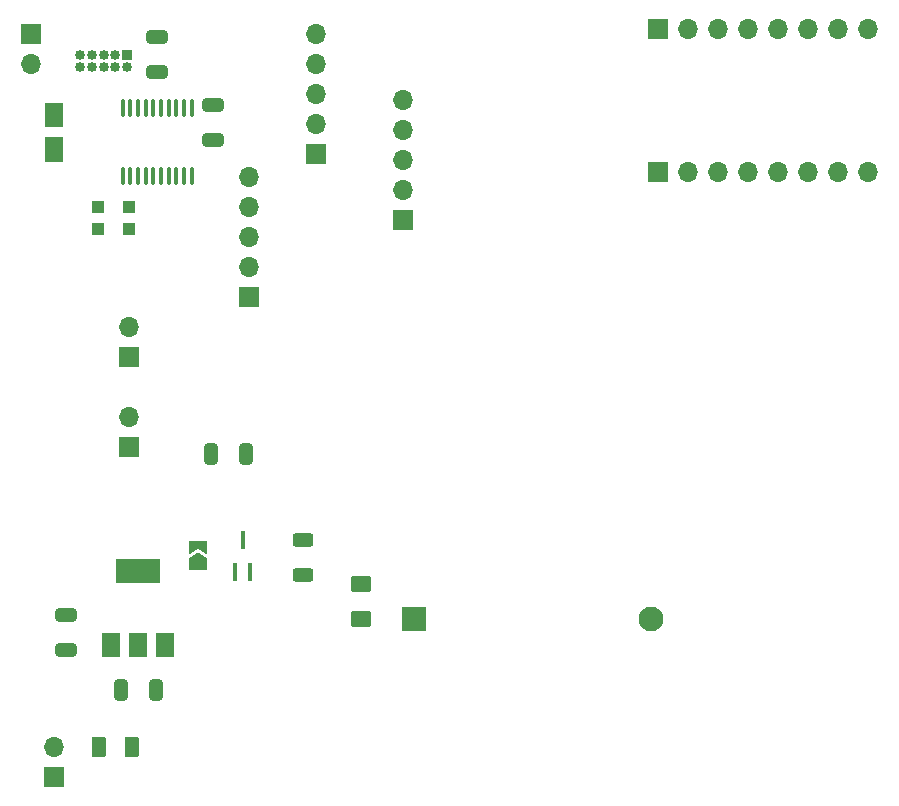
<source format=gbr>
%TF.GenerationSoftware,KiCad,Pcbnew,7.0.8-7.0.8~ubuntu20.04.1*%
%TF.CreationDate,2023-10-10T13:21:01+02:00*%
%TF.ProjectId,alarmclock,616c6172-6d63-46c6-9f63-6b2e6b696361,rev?*%
%TF.SameCoordinates,Original*%
%TF.FileFunction,Soldermask,Top*%
%TF.FilePolarity,Negative*%
%FSLAX46Y46*%
G04 Gerber Fmt 4.6, Leading zero omitted, Abs format (unit mm)*
G04 Created by KiCad (PCBNEW 7.0.8-7.0.8~ubuntu20.04.1) date 2023-10-10 13:21:01*
%MOMM*%
%LPD*%
G01*
G04 APERTURE LIST*
G04 Aperture macros list*
%AMRoundRect*
0 Rectangle with rounded corners*
0 $1 Rounding radius*
0 $2 $3 $4 $5 $6 $7 $8 $9 X,Y pos of 4 corners*
0 Add a 4 corners polygon primitive as box body*
4,1,4,$2,$3,$4,$5,$6,$7,$8,$9,$2,$3,0*
0 Add four circle primitives for the rounded corners*
1,1,$1+$1,$2,$3*
1,1,$1+$1,$4,$5*
1,1,$1+$1,$6,$7*
1,1,$1+$1,$8,$9*
0 Add four rect primitives between the rounded corners*
20,1,$1+$1,$2,$3,$4,$5,0*
20,1,$1+$1,$4,$5,$6,$7,0*
20,1,$1+$1,$6,$7,$8,$9,0*
20,1,$1+$1,$8,$9,$2,$3,0*%
%AMFreePoly0*
4,1,6,1.000000,0.000000,0.500000,-0.750000,-0.500000,-0.750000,-0.500000,0.750000,0.500000,0.750000,1.000000,0.000000,1.000000,0.000000,$1*%
%AMFreePoly1*
4,1,6,0.500000,-0.750000,-0.650000,-0.750000,-0.150000,0.000000,-0.650000,0.750000,0.500000,0.750000,0.500000,-0.750000,0.500000,-0.750000,$1*%
G04 Aperture macros list end*
%ADD10R,0.990600X1.041400*%
%ADD11RoundRect,0.250000X0.650000X-0.325000X0.650000X0.325000X-0.650000X0.325000X-0.650000X-0.325000X0*%
%ADD12C,2.100000*%
%ADD13R,2.100000X2.100000*%
%ADD14R,1.700000X1.700000*%
%ADD15O,1.700000X1.700000*%
%ADD16RoundRect,0.250000X-0.650000X0.325000X-0.650000X-0.325000X0.650000X-0.325000X0.650000X0.325000X0*%
%ADD17R,0.850000X0.850000*%
%ADD18O,0.850000X0.850000*%
%ADD19FreePoly0,90.000000*%
%ADD20FreePoly1,90.000000*%
%ADD21R,0.450000X1.500000*%
%ADD22R,1.500000X1.500000*%
%ADD23FreePoly0,270.000000*%
%ADD24R,1.500000X2.000000*%
%ADD25R,3.800000X2.000000*%
%ADD26RoundRect,0.250000X0.325000X0.650000X-0.325000X0.650000X-0.325000X-0.650000X0.325000X-0.650000X0*%
%ADD27RoundRect,0.250000X0.625000X-0.312500X0.625000X0.312500X-0.625000X0.312500X-0.625000X-0.312500X0*%
%ADD28RoundRect,0.250000X-0.375000X-0.625000X0.375000X-0.625000X0.375000X0.625000X-0.375000X0.625000X0*%
%ADD29RoundRect,0.250001X-0.624999X0.462499X-0.624999X-0.462499X0.624999X-0.462499X0.624999X0.462499X0*%
%ADD30RoundRect,0.100000X0.100000X-0.637500X0.100000X0.637500X-0.100000X0.637500X-0.100000X-0.637500X0*%
G04 APERTURE END LIST*
D10*
%TO.C,X2*%
X65980000Y-97790000D03*
X68580000Y-97790000D03*
X68580000Y-99639998D03*
X65980000Y-99639998D03*
%TD*%
D11*
%TO.C,C5*%
X75692000Y-92104000D03*
X75692000Y-89154000D03*
%TD*%
D12*
%TO.C,BT1*%
X112755914Y-132715000D03*
D13*
X92755914Y-132715000D03*
%TD*%
D14*
%TO.C,J4*%
X113350000Y-94880000D03*
D15*
X115890000Y-94880000D03*
X118430000Y-94880000D03*
X120970000Y-94880000D03*
X123510000Y-94880000D03*
X126050000Y-94880000D03*
X128590000Y-94880000D03*
X131130000Y-94880000D03*
%TD*%
D16*
%TO.C,C11*%
X63210000Y-132395000D03*
X63210000Y-135345000D03*
%TD*%
D14*
%TO.C,BZ1*%
X68580000Y-110490000D03*
D15*
X68580000Y-107950000D03*
%TD*%
D14*
%TO.C,J7*%
X78740000Y-105410000D03*
D15*
X78740000Y-102870000D03*
X78740000Y-100330000D03*
X78740000Y-97790000D03*
X78740000Y-95250000D03*
%TD*%
D17*
%TO.C,J2*%
X68430000Y-84935000D03*
D18*
X68430000Y-85935000D03*
X67430000Y-84935000D03*
X67430000Y-85935000D03*
X66430000Y-84935000D03*
X66430000Y-85935000D03*
X65430000Y-84935000D03*
X65430000Y-85935000D03*
X64430000Y-84935000D03*
X64430000Y-85935000D03*
%TD*%
D14*
%TO.C,J8*%
X84455000Y-93345000D03*
D15*
X84455000Y-90805000D03*
X84455000Y-88265000D03*
X84455000Y-85725000D03*
X84455000Y-83185000D03*
%TD*%
D19*
%TO.C,JP1*%
X74400000Y-128040000D03*
D20*
X74400000Y-126590000D03*
%TD*%
D14*
%TO.C,J3*%
X113350000Y-82730000D03*
D15*
X115890000Y-82730000D03*
X118430000Y-82730000D03*
X120970000Y-82730000D03*
X123510000Y-82730000D03*
X126050000Y-82730000D03*
X128590000Y-82730000D03*
X131130000Y-82730000D03*
%TD*%
D21*
%TO.C,Q1*%
X77560000Y-128705000D03*
X78860000Y-128705000D03*
X78210000Y-126045000D03*
%TD*%
D14*
%TO.C,J1*%
X62230000Y-146050000D03*
D15*
X62230000Y-143510000D03*
%TD*%
D22*
%TO.C,JP2*%
X62230000Y-90285000D03*
X62230000Y-92685000D03*
D23*
X62230000Y-89485000D03*
D19*
X62230000Y-93485000D03*
%TD*%
D11*
%TO.C,C6*%
X70970000Y-86345000D03*
X70970000Y-83395000D03*
%TD*%
D24*
%TO.C,U4*%
X67020000Y-134935000D03*
X69320000Y-134935000D03*
D25*
X69320000Y-128635000D03*
D24*
X71620000Y-134935000D03*
%TD*%
D26*
%TO.C,C4*%
X78515000Y-118745000D03*
X75565000Y-118745000D03*
%TD*%
D14*
%TO.C,J5*%
X68580000Y-118110000D03*
D15*
X68580000Y-115570000D03*
%TD*%
D27*
%TO.C,R1*%
X83290000Y-128970000D03*
X83290000Y-126045000D03*
%TD*%
D28*
%TO.C,F1*%
X66040000Y-143510000D03*
X68840000Y-143510000D03*
%TD*%
D26*
%TO.C,C10*%
X70830000Y-138745000D03*
X67880000Y-138745000D03*
%TD*%
D29*
%TO.C,D1*%
X88265000Y-129740000D03*
X88265000Y-132715000D03*
%TD*%
D14*
%TO.C,SW2*%
X60325000Y-83180000D03*
D15*
X60325000Y-85720000D03*
%TD*%
D30*
%TO.C,U1*%
X68045000Y-95147500D03*
X68695000Y-95147500D03*
X69345000Y-95147500D03*
X69995000Y-95147500D03*
X70645000Y-95147500D03*
X71295000Y-95147500D03*
X71945000Y-95147500D03*
X72595000Y-95147500D03*
X73245000Y-95147500D03*
X73895000Y-95147500D03*
X73895000Y-89422500D03*
X73245000Y-89422500D03*
X72595000Y-89422500D03*
X71945000Y-89422500D03*
X71295000Y-89422500D03*
X70645000Y-89422500D03*
X69995000Y-89422500D03*
X69345000Y-89422500D03*
X68695000Y-89422500D03*
X68045000Y-89422500D03*
%TD*%
D14*
%TO.C,J6*%
X91760000Y-98910000D03*
D15*
X91760000Y-96370000D03*
X91760000Y-93830000D03*
X91760000Y-91290000D03*
X91760000Y-88750000D03*
%TD*%
M02*

</source>
